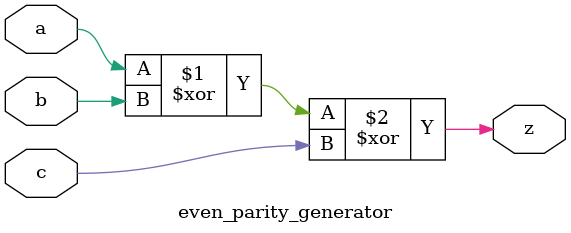
<source format=v>
module even_parity_generator(input a,
                       input b,
                        input c,
                       output z);
  assign z=a ^ b ^ c;
endmodule

</source>
